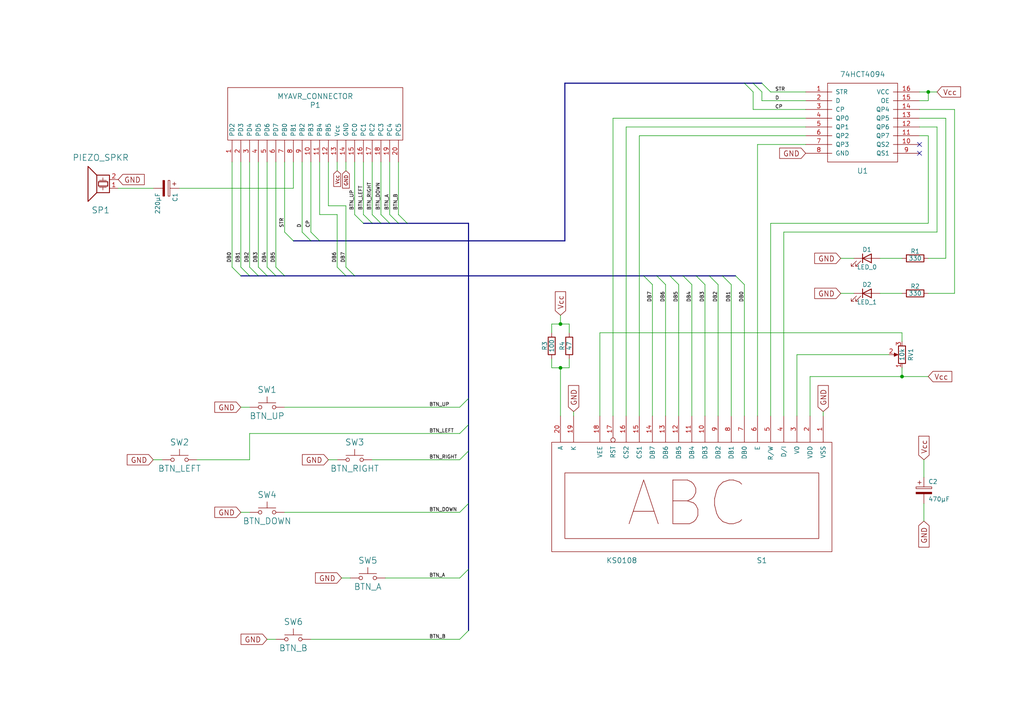
<source format=kicad_sch>
(kicad_sch (version 20211123) (generator eeschema)
  (paper "A4")
  (title_block (title "MyAVR MK2 - gaming extension") (date "4 mar 2013") (rev "1.0") (company "Michael Buesch <m@bues.ch>"))
  (lib_symbols
    (symbol "74hct4094:74HCT4094" (pin_names (offset 1.016))
      (property "Reference" "U" (at 0 -13.9954 0))
      (property "Value" "74HCT4094" (at 0 13.9954 0))
      (symbol "74HCT4094_0_1"
        (rectangle (start -10.16 11.43) (end 10.16 -11.43))
      )
      (symbol "74HCT4094_1_1"
        (pin input line (at -16.51 8.89 0) (length 7.62) (name "STR") (number "1"))
        (pin input line (at 16.51 -6.35 180) (length 7.62) (name "QS2") (number "10"))
        (pin input line (at 16.51 -3.81 180) (length 7.62) (name "QP7") (number "11"))
        (pin input line (at 16.51 -1.27 180) (length 7.62) (name "QP6") (number "12"))
        (pin input line (at 16.51 1.27 180) (length 7.62) (name "QP5") (number "13"))
        (pin input line (at 16.51 3.81 180) (length 7.62) (name "QP4") (number "14"))
        (pin input line (at 16.51 6.35 180) (length 7.62) (name "OE") (number "15"))
        (pin input line (at 16.51 8.89 180) (length 7.62) (name "VCC") (number "16"))
        (pin input line (at -16.51 6.35 0) (length 7.62) (name "D") (number "2"))
        (pin input line (at -16.51 3.81 0) (length 7.62) (name "CP") (number "3"))
        (pin input line (at -16.51 1.27 0) (length 7.62) (name "QP0") (number "4"))
        (pin input line (at -16.51 -1.27 0) (length 7.62) (name "QP1") (number "5"))
        (pin input line (at -16.51 -3.81 0) (length 7.62) (name "QP2") (number "6"))
        (pin input line (at -16.51 -6.35 0) (length 7.62) (name "QP3") (number "7"))
        (pin input line (at -16.51 -8.89 0) (length 7.62) (name "GND") (number "8"))
        (pin input line (at 16.51 -8.89 180) (length 7.62) (name "QS1") (number "9"))
      )
    )
    (symbol "Device:C_Polarized" (pin_numbers hide) (pin_names (offset 0.254))
      (property "Reference" "C" (at 0.635 2.54 0))
      (property "Value" "C_Polarized" (at 0.635 -2.54 0))
      (symbol "C_Polarized_0_1"
        (rectangle (start -2.286 0.508) (end 2.286 1.016))
        (polyline (pts (xy -1.778 2.286) (xy -0.762 2.286)))
        (polyline (pts (xy -1.27 2.794) (xy -1.27 1.778)))
        (rectangle (start 2.286 -0.508) (end -2.286 -1.016) (fill (type outline)))
      )
      (symbol "C_Polarized_1_1"
        (pin passive line (at 0 3.81 270) (length 2.794) (name "~") (number "1"))
        (pin passive line (at 0 -3.81 90) (length 2.794) (name "~") (number "2"))
      )
    )
    (symbol "Device:LED" (pin_numbers hide) (pin_names (offset 1.016) hide)
      (property "Reference" "D" (at 0 2.54 0))
      (property "Value" "LED" (at 0 -2.54 0))
      (symbol "LED_0_1"
        (polyline (pts (xy -1.27 -1.27) (xy -1.27 1.27)) (stroke (width 0.254)))
        (polyline (pts (xy -1.27 0) (xy 1.27 0)))
        (polyline (pts (xy 1.27 -1.27) (xy 1.27 1.27) (xy -1.27 0) (xy 1.27 -1.27)) (stroke (width 0.254)))
        (polyline (pts (xy -3.048 -0.762) (xy -4.572 -2.286) (xy -3.81 -2.286) (xy -4.572 -2.286) (xy -4.572 -1.524)))
        (polyline (pts (xy -1.778 -0.762) (xy -3.302 -2.286) (xy -2.54 -2.286) (xy -3.302 -2.286) (xy -3.302 -1.524)))
      )
      (symbol "LED_1_1"
        (pin passive line (at -3.81 0 0) (length 2.54) (name "K") (number "1"))
        (pin passive line (at 3.81 0 180) (length 2.54) (name "A") (number "2"))
      )
    )
    (symbol "Device:R" (pin_numbers hide) (pin_names (offset 0))
      (property "Reference" "R" (at 2.032 0 90))
      (property "Value" "R" (at 0 0 90))
      (symbol "R_0_1"
        (rectangle (start -1.016 -2.54) (end 1.016 2.54) (stroke (width 0.254)))
      )
      (symbol "R_1_1"
        (pin passive line (at 0 3.81 270) (length 1.27) (name "~") (number "1"))
        (pin passive line (at 0 -3.81 90) (length 1.27) (name "~") (number "2"))
      )
    )
    (symbol "Device:R_Potentiometer" (pin_names (offset 1.016) hide)
      (property "Reference" "RV" (at -4.445 0 90))
      (property "Value" "R_Potentiometer" (at -2.54 0 90))
      (symbol "R_Potentiometer_0_1"
        (polyline (pts (xy 2.54 0) (xy 1.524 0)))
        (polyline (pts (xy 1.143 0) (xy 2.286 0.508) (xy 2.286 -0.508) (xy 1.143 0)) (fill (type outline)))
        (rectangle (start 1.016 2.54) (end -1.016 -2.54) (stroke (width 0.254)))
      )
      (symbol "R_Potentiometer_1_1"
        (pin passive line (at 0 3.81 270) (length 1.27) (name "1") (number "1"))
        (pin passive line (at 3.81 0 180) (length 1.27) (name "2") (number "2"))
        (pin passive line (at 0 -3.81 90) (length 1.27) (name "3") (number "3"))
      )
    )
    (symbol "Device:Speaker_Crystal" (pin_names (offset 0) hide)
      (property "Reference" "LS" (at 0.635 5.715 0))
      (property "Value" "Speaker_Crystal" (at 0.635 3.81 0))
      (symbol "Speaker_Crystal_0_0"
        (rectangle (start -2.54 1.27) (end 1.143 -3.81) (stroke (width 0.254)))
        (rectangle (start -2.032 -0.635) (end 0.635 -1.905) (stroke (width 0.254)))
        (polyline (pts (xy -1.651 -2.286) (xy 0.381 -2.286)))
        (polyline (pts (xy -1.651 -0.254) (xy 0.381 -0.254)))
        (polyline (pts (xy -0.635 -2.286) (xy -0.635 -3.048)))
        (polyline (pts (xy -0.635 -0.254) (xy -0.635 0.508)))
        (polyline (pts (xy 1.143 1.27) (xy 3.683 3.81) (xy 3.683 -6.35) (xy 1.143 -3.81)) (stroke (width 0.254)))
      )
      (symbol "Speaker_Crystal_1_1"
        (pin input line (at -5.08 0 0) (length 2.54) (name "1") (number "1"))
        (pin input line (at -5.08 -2.54 0) (length 2.54) (name "2") (number "2"))
      )
    )
    (symbol "Switch:SW_Push" (pin_numbers hide) (pin_names (offset 1.016) hide)
      (property "Reference" "SW" (at 1.27 2.54 0))
      (property "Value" "SW_Push" (at 0 -1.524 0))
      (symbol "SW_Push_0_1"
        (circle (center -2.032 0) (radius 0.508))
        (polyline (pts (xy 0 1.27) (xy 0 3.048)))
        (polyline (pts (xy 2.54 1.27) (xy -2.54 1.27)))
        (circle (center 2.032 0) (radius 0.508))
        (pin passive line (at -5.08 0 0) (length 2.54) (name "1") (number "1"))
        (pin passive line (at 5.08 0 180) (length 2.54) (name "2") (number "2"))
      )
    )
    (symbol "ks0108:KS0108" (pin_names (offset 1.016))
      (property "Reference" "S" (at -20.32 20.32 0))
      (property "Value" "KS0108" (at 20.32 20.32 0))
      (symbol "KS0108_0_0"
        (text "ABC" (at 1.27 3.81 0) (effects (font (size 12.7 12.7))))
      )
      (symbol "KS0108_0_1"
        (rectangle (start -36.83 13.97) (end 36.83 -5.08))
        (rectangle (start 40.64 -13.97) (end -40.64 17.78))
      )
      (symbol "KS0108_1_1"
        (pin input line (at -38.1 -21.59 90) (length 7.62) (name "VSS") (number "1"))
        (pin input line (at -3.81 -21.59 90) (length 7.62) (name "DB3") (number "10"))
        (pin input line (at 0 -21.59 90) (length 7.62) (name "DB4") (number "11"))
        (pin input line (at 3.81 -21.59 90) (length 7.62) (name "DB5") (number "12"))
        (pin input line (at 7.62 -21.59 90) (length 7.62) (name "DB6") (number "13"))
        (pin input line (at 11.43 -21.59 90) (length 7.62) (name "DB7") (number "14"))
        (pin input line (at 15.24 -21.59 90) (length 7.62) (name "CS1") (number "15"))
        (pin input line (at 19.05 -21.59 90) (length 7.62) (name "CS2") (number "16"))
        (pin input inverted (at 22.86 -21.59 90) (length 7.62) (name "RST") (number "17"))
        (pin input line (at 26.67 -21.59 90) (length 7.62) (name "VEE") (number "18"))
        (pin input line (at 34.29 -21.59 90) (length 7.62) (name "K") (number "19"))
        (pin input line (at -34.29 -21.59 90) (length 7.62) (name "VDD") (number "2"))
        (pin input line (at 38.1 -21.59 90) (length 7.62) (name "A") (number "20"))
        (pin input line (at -30.48 -21.59 90) (length 7.62) (name "V0") (number "3"))
        (pin input line (at -26.67 -21.59 90) (length 7.62) (name "D/I") (number "4"))
        (pin input line (at -22.86 -21.59 90) (length 7.62) (name "R/W") (number "5"))
        (pin input line (at -19.05 -21.59 90) (length 7.62) (name "E") (number "6"))
        (pin input line (at -15.24 -21.59 90) (length 7.62) (name "DB0") (number "7"))
        (pin input line (at -11.43 -21.59 90) (length 7.62) (name "DB1") (number "8"))
        (pin input line (at -7.62 -21.59 90) (length 7.62) (name "DB2") (number "9"))
      )
    )
    (symbol "myavr_conn:MYAVR_CONNECTOR" (pin_names (offset 1.016))
      (property "Reference" "P" (at 7.62 0 90))
      (property "Value" "MYAVR_CONNECTOR" (at 10.16 0 90))
      (symbol "MYAVR_CONNECTOR_0_1"
        (rectangle (start -2.54 25.4) (end 12.7 -25.4))
      )
      (symbol "MYAVR_CONNECTOR_1_1"
        (pin passive line (at -8.89 24.13 0) (length 6.35) (name "PD2") (number "1"))
        (pin passive line (at -8.89 1.27 0) (length 6.35) (name "PB3") (number "10"))
        (pin passive line (at -8.89 -1.27 0) (length 6.35) (name "PB4") (number "11"))
        (pin passive line (at -8.89 -3.81 0) (length 6.35) (name "PB5") (number "12"))
        (pin passive line (at -8.89 -6.35 0) (length 6.35) (name "Vcc") (number "13"))
        (pin passive line (at -8.89 -8.89 0) (length 6.35) (name "GND") (number "14"))
        (pin passive line (at -8.89 -11.43 0) (length 6.35) (name "PC0") (number "15"))
        (pin passive line (at -8.89 -13.97 0) (length 6.35) (name "PC1") (number "16"))
        (pin passive line (at -8.89 -16.51 0) (length 6.35) (name "PC2") (number "17"))
        (pin passive line (at -8.89 -19.05 0) (length 6.35) (name "PC3") (number "18"))
        (pin passive line (at -8.89 -21.59 0) (length 6.35) (name "PC4") (number "19"))
        (pin passive line (at -8.89 21.59 0) (length 6.35) (name "PD3") (number "2"))
        (pin passive line (at -8.89 -24.13 0) (length 6.35) (name "PC5") (number "20"))
        (pin passive line (at -8.89 19.05 0) (length 6.35) (name "PD4") (number "3"))
        (pin passive line (at -8.89 16.51 0) (length 6.35) (name "PD5") (number "4"))
        (pin passive line (at -8.89 13.97 0) (length 6.35) (name "PD6") (number "5"))
        (pin passive line (at -8.89 11.43 0) (length 6.35) (name "PD7") (number "6"))
        (pin passive line (at -8.89 8.89 0) (length 6.35) (name "PB0") (number "7"))
        (pin passive line (at -8.89 6.35 0) (length 6.35) (name "PB1") (number "8"))
        (pin passive line (at -8.89 3.81 0) (length 6.35) (name "PB2") (number "9"))
      )
    )
  )
  (junction (at 269.24 26.67))
  (junction (at 162.56 93.98))
  (junction (at 261.62 109.22))
  (junction (at 162.56 106.68))
  (no_connect (at 266.7 41.91))
  (no_connect (at 266.7 44.45))
  (bus_entry (at 113.03 62.23) (size 2.54 2.54))
  (bus_entry (at 201.93 80.01) (size 2.54 2.54))
  (bus_entry (at 133.35 185.42) (size 2.54 -2.54))
  (bus_entry (at 190.5 80.01) (size 2.54 2.54))
  (bus_entry (at 77.47 77.47) (size 2.54 2.54))
  (bus_entry (at 115.57 62.23) (size 2.54 2.54))
  (bus_entry (at 72.39 77.47) (size 2.54 2.54))
  (bus_entry (at 74.93 77.47) (size 2.54 2.54))
  (bus_entry (at 69.85 77.47) (size 2.54 2.54))
  (bus_entry (at 133.35 148.59) (size 2.54 -2.54))
  (bus_entry (at 133.35 125.73) (size 2.54 -2.54))
  (bus_entry (at 198.12 80.01) (size 2.54 2.54))
  (bus_entry (at 100.33 77.47) (size 2.54 2.54))
  (bus_entry (at 87.63 67.31) (size 2.54 2.54))
  (bus_entry (at 80.01 77.47) (size 2.54 2.54))
  (bus_entry (at 67.31 77.47) (size 2.54 2.54))
  (bus_entry (at 218.44 24.13) (size 2.54 2.54))
  (bus_entry (at 209.55 80.01) (size 2.54 2.54))
  (bus_entry (at 133.35 133.35) (size 2.54 -2.54))
  (bus_entry (at 186.69 80.01) (size 2.54 2.54))
  (bus_entry (at 213.36 80.01) (size 2.54 2.54))
  (bus_entry (at 133.35 167.64) (size 2.54 -2.54))
  (bus_entry (at 107.95 62.23) (size 2.54 2.54))
  (bus_entry (at 102.87 62.23) (size 2.54 2.54))
  (bus_entry (at 194.31 80.01) (size 2.54 2.54))
  (bus_entry (at 90.17 67.31) (size 2.54 2.54))
  (bus_entry (at 97.79 77.47) (size 2.54 2.54))
  (bus_entry (at 105.41 62.23) (size 2.54 2.54))
  (bus_entry (at 205.74 80.01) (size 2.54 2.54))
  (bus_entry (at 133.35 118.11) (size 2.54 -2.54))
  (bus_entry (at 215.9 24.13) (size 2.54 2.54))
  (bus_entry (at 220.98 24.13) (size 2.54 2.54))
  (bus_entry (at 110.49 62.23) (size 2.54 2.54))
  (bus_entry (at 82.55 67.31) (size 2.54 2.54))
  (bus (pts (xy 115.57 64.77) (xy 113.03 64.77)))
  (wire (pts (xy 189.23 82.55) (xy 189.23 120.65)))
  (wire (pts (xy 107.95 46.99) (xy 107.95 62.23)))
  (wire (pts (xy 100.33 59.69) (xy 100.33 77.47)))
  (wire (pts (xy 52.07 54.61) (xy 85.09 54.61)))
  (wire (pts (xy 72.39 125.73) (xy 133.35 125.73)))
  (wire (pts (xy 95.25 46.99) (xy 95.25 59.69)))
  (wire (pts (xy 233.68 36.83) (xy 181.61 36.83)))
  (wire (pts (xy 274.32 34.29) (xy 266.7 34.29)))
  (wire (pts (xy 97.79 77.47) (xy 97.79 62.23)))
  (wire (pts (xy 97.79 49.53) (xy 97.79 46.99)))
  (wire (pts (xy 269.24 85.09) (xy 276.86 85.09)))
  (wire (pts (xy 82.55 148.59) (xy 133.35 148.59)))
  (wire (pts (xy 77.47 77.47) (xy 77.47 46.99)))
  (wire (pts (xy 208.28 82.55) (xy 208.28 120.65)))
  (bus (pts (xy 190.5 80.01) (xy 194.31 80.01)))
  (wire (pts (xy 233.68 34.29) (xy 177.8 34.29)))
  (bus (pts (xy 209.55 80.01) (xy 213.36 80.01)))
  (wire (pts (xy 69.85 118.11) (xy 72.39 118.11)))
  (bus (pts (xy 102.87 80.01) (xy 186.69 80.01)))
  (wire (pts (xy 82.55 118.11) (xy 133.35 118.11)))
  (wire (pts (xy 204.47 82.55) (xy 204.47 120.65)))
  (wire (pts (xy 115.57 62.23) (xy 115.57 46.99)))
  (bus (pts (xy 92.71 69.85) (xy 163.83 69.85)))
  (wire (pts (xy 233.68 41.91) (xy 219.71 41.91)))
  (bus (pts (xy 201.93 80.01) (xy 205.74 80.01)))
  (bus (pts (xy 72.39 80.01) (xy 74.93 80.01)))
  (wire (pts (xy 233.68 39.37) (xy 185.42 39.37)))
  (wire (pts (xy 85.09 54.61) (xy 85.09 46.99)))
  (wire (pts (xy 160.02 93.98) (xy 160.02 96.52)))
  (wire (pts (xy 173.99 96.52) (xy 173.99 120.65)))
  (wire (pts (xy 82.55 67.31) (xy 82.55 46.99)))
  (wire (pts (xy 200.66 82.55) (xy 200.66 120.65)))
  (bus (pts (xy 82.55 80.01) (xy 100.33 80.01)))
  (wire (pts (xy 261.62 109.22) (xy 269.24 109.22)))
  (bus (pts (xy 80.01 80.01) (xy 82.55 80.01)))
  (wire (pts (xy 231.14 120.65) (xy 231.14 102.87)))
  (wire (pts (xy 80.01 46.99) (xy 80.01 77.47)))
  (wire (pts (xy 276.86 85.09) (xy 276.86 31.75)))
  (bus (pts (xy 163.83 24.13) (xy 215.9 24.13)))
  (bus (pts (xy 135.89 182.88) (xy 135.89 165.1)))
  (bus (pts (xy 186.69 80.01) (xy 190.5 80.01)))
  (wire (pts (xy 266.7 26.67) (xy 269.24 26.67)))
  (wire (pts (xy 219.71 41.91) (xy 219.71 120.65)))
  (wire (pts (xy 99.06 167.64) (xy 101.6 167.64)))
  (wire (pts (xy 271.78 36.83) (xy 271.78 67.31)))
  (wire (pts (xy 181.61 36.83) (xy 181.61 120.65)))
  (bus (pts (xy 135.89 146.05) (xy 135.89 130.81)))
  (wire (pts (xy 276.86 31.75) (xy 266.7 31.75)))
  (wire (pts (xy 218.44 31.75) (xy 233.68 31.75)))
  (bus (pts (xy 135.89 165.1) (xy 135.89 146.05)))
  (wire (pts (xy 238.76 119.38) (xy 238.76 120.65)))
  (wire (pts (xy 234.95 109.22) (xy 234.95 120.65)))
  (bus (pts (xy 135.89 64.77) (xy 118.11 64.77)))
  (wire (pts (xy 193.04 82.55) (xy 193.04 120.65)))
  (wire (pts (xy 220.98 29.21) (xy 220.98 26.67)))
  (wire (pts (xy 267.97 133.35) (xy 267.97 138.43)))
  (wire (pts (xy 243.84 74.93) (xy 247.65 74.93)))
  (wire (pts (xy 107.95 133.35) (xy 133.35 133.35)))
  (wire (pts (xy 77.47 185.42) (xy 80.01 185.42)))
  (wire (pts (xy 223.52 64.77) (xy 223.52 120.65)))
  (bus (pts (xy 113.03 64.77) (xy 110.49 64.77)))
  (wire (pts (xy 269.24 74.93) (xy 274.32 74.93)))
  (wire (pts (xy 269.24 64.77) (xy 223.52 64.77)))
  (wire (pts (xy 261.62 96.52) (xy 173.99 96.52)))
  (wire (pts (xy 44.45 133.35) (xy 46.99 133.35)))
  (wire (pts (xy 269.24 26.67) (xy 269.24 29.21)))
  (wire (pts (xy 111.76 167.64) (xy 133.35 167.64)))
  (bus (pts (xy 215.9 24.13) (xy 218.44 24.13)))
  (bus (pts (xy 135.89 123.19) (xy 135.89 115.57)))
  (wire (pts (xy 261.62 96.52) (xy 261.62 99.06)))
  (wire (pts (xy 160.02 104.14) (xy 160.02 106.68)))
  (bus (pts (xy 118.11 64.77) (xy 115.57 64.77)))
  (bus (pts (xy 69.85 80.01) (xy 72.39 80.01)))
  (bus (pts (xy 198.12 80.01) (xy 201.93 80.01)))
  (bus (pts (xy 107.95 64.77) (xy 105.41 64.77)))
  (wire (pts (xy 162.56 91.44) (xy 162.56 93.98)))
  (wire (pts (xy 267.97 146.05) (xy 267.97 151.13)))
  (wire (pts (xy 255.27 74.93) (xy 261.62 74.93)))
  (wire (pts (xy 102.87 62.23) (xy 102.87 46.99)))
  (wire (pts (xy 185.42 39.37) (xy 185.42 120.65)))
  (wire (pts (xy 162.56 106.68) (xy 165.1 106.68)))
  (wire (pts (xy 72.39 46.99) (xy 72.39 77.47)))
  (wire (pts (xy 212.09 82.55) (xy 212.09 120.65)))
  (wire (pts (xy 69.85 77.47) (xy 69.85 46.99)))
  (bus (pts (xy 90.17 69.85) (xy 92.71 69.85)))
  (wire (pts (xy 110.49 62.23) (xy 110.49 46.99)))
  (wire (pts (xy 74.93 46.99) (xy 74.93 77.47)))
  (wire (pts (xy 87.63 67.31) (xy 87.63 46.99)))
  (wire (pts (xy 196.85 82.55) (xy 196.85 120.65)))
  (wire (pts (xy 271.78 67.31) (xy 227.33 67.31)))
  (bus (pts (xy 194.31 80.01) (xy 198.12 80.01)))
  (wire (pts (xy 227.33 67.31) (xy 227.33 120.65)))
  (wire (pts (xy 97.79 62.23) (xy 92.71 62.23)))
  (wire (pts (xy 92.71 62.23) (xy 92.71 46.99)))
  (wire (pts (xy 105.41 46.99) (xy 105.41 62.23)))
  (wire (pts (xy 266.7 36.83) (xy 271.78 36.83)))
  (bus (pts (xy 218.44 24.13) (xy 220.98 24.13)))
  (bus (pts (xy 85.09 69.85) (xy 90.17 69.85)))
  (wire (pts (xy 269.24 26.67) (xy 271.78 26.67)))
  (bus (pts (xy 163.83 69.85) (xy 163.83 24.13)))
  (wire (pts (xy 274.32 74.93) (xy 274.32 34.29)))
  (bus (pts (xy 205.74 80.01) (xy 209.55 80.01)))
  (wire (pts (xy 243.84 85.09) (xy 247.65 85.09)))
  (wire (pts (xy 162.56 93.98) (xy 165.1 93.98)))
  (wire (pts (xy 57.15 133.35) (xy 72.39 133.35)))
  (wire (pts (xy 255.27 85.09) (xy 261.62 85.09)))
  (wire (pts (xy 223.52 26.67) (xy 233.68 26.67)))
  (wire (pts (xy 162.56 106.68) (xy 162.56 120.65)))
  (wire (pts (xy 95.25 133.35) (xy 97.79 133.35)))
  (bus (pts (xy 74.93 80.01) (xy 77.47 80.01)))
  (wire (pts (xy 67.31 77.47) (xy 67.31 46.99)))
  (wire (pts (xy 165.1 93.98) (xy 165.1 96.52)))
  (wire (pts (xy 69.85 148.59) (xy 72.39 148.59)))
  (wire (pts (xy 165.1 104.14) (xy 165.1 106.68)))
  (wire (pts (xy 90.17 185.42) (xy 133.35 185.42)))
  (wire (pts (xy 34.29 54.61) (xy 44.45 54.61)))
  (wire (pts (xy 90.17 46.99) (xy 90.17 67.31)))
  (wire (pts (xy 177.8 34.29) (xy 177.8 120.65)))
  (wire (pts (xy 113.03 46.99) (xy 113.03 62.23)))
  (wire (pts (xy 269.24 39.37) (xy 269.24 64.77)))
  (wire (pts (xy 269.24 29.21) (xy 266.7 29.21)))
  (wire (pts (xy 266.7 39.37) (xy 269.24 39.37)))
  (wire (pts (xy 100.33 49.53) (xy 100.33 46.99)))
  (wire (pts (xy 234.95 109.22) (xy 261.62 109.22)))
  (wire (pts (xy 231.14 102.87) (xy 257.81 102.87)))
  (bus (pts (xy 135.89 130.81) (xy 135.89 123.19)))
  (bus (pts (xy 110.49 64.77) (xy 107.95 64.77)))
  (wire (pts (xy 261.62 106.68) (xy 261.62 109.22)))
  (wire (pts (xy 160.02 93.98) (xy 162.56 93.98)))
  (wire (pts (xy 218.44 26.67) (xy 218.44 31.75)))
  (wire (pts (xy 233.68 29.21) (xy 220.98 29.21)))
  (bus (pts (xy 135.89 115.57) (xy 135.89 64.77)))
  (wire (pts (xy 215.9 82.55) (xy 215.9 120.65)))
  (wire (pts (xy 72.39 133.35) (xy 72.39 125.73)))
  (bus (pts (xy 77.47 80.01) (xy 80.01 80.01)))
  (wire (pts (xy 166.37 119.38) (xy 166.37 120.65)))
  (bus (pts (xy 100.33 80.01) (xy 102.87 80.01)))
  (wire (pts (xy 160.02 106.68) (xy 162.56 106.68)))
  (wire (pts (xy 95.25 59.69) (xy 100.33 59.69)))
  (label "DB1" (at 69.85 76.2 90) (effects (font (size 1.016 1.016))))
  (label "DB4" (at 200.66 87.63 90) (effects (font (size 1.016 1.016))))
  (label "BTN_DOWN" (at 110.49 60.96 90) (effects (font (size 1.016 1.016))))
  (label "CP" (at 90.17 66.04 90) (effects (font (size 1.016 1.016))))
  (label "D" (at 224.79 29.21 0) (effects (font (size 1.016 1.016))))
  (label "BTN_LEFT" (at 124.46 125.73 0) (effects (font (size 1.016 1.016))))
  (label "DB4" (at 77.47 76.2 90) (effects (font (size 1.016 1.016))))
  (label "BTN_DOWN" (at 124.46 148.59 0) (effects (font (size 1.016 1.016))))
  (label "DB3" (at 204.47 87.63 90) (effects (font (size 1.016 1.016))))
  (label "BTN_RIGHT" (at 107.95 60.96 90) (effects (font (size 1.016 1.016))))
  (label "DB5" (at 196.85 87.63 90) (effects (font (size 1.016 1.016))))
  (label "BTN_B" (at 115.57 60.96 90) (effects (font (size 1.016 1.016))))
  (label "DB1" (at 212.09 87.63 90) (effects (font (size 1.016 1.016))))
  (label "DB5" (at 80.01 76.2 90) (effects (font (size 1.016 1.016))))
  (label "BTN_B" (at 124.46 185.42 0) (effects (font (size 1.016 1.016))))
  (label "DB7" (at 100.33 76.2 90) (effects (font (size 1.016 1.016))))
  (label "DB6" (at 193.04 87.63 90) (effects (font (size 1.016 1.016))))
  (label "CP" (at 224.79 31.75 0) (effects (font (size 1.016 1.016))))
  (label "BTN_UP" (at 124.46 118.11 0) (effects (font (size 1.016 1.016))))
  (label "BTN_A" (at 113.03 60.96 90) (effects (font (size 1.016 1.016))))
  (label "BTN_A" (at 124.46 167.64 0) (effects (font (size 1.016 1.016))))
  (label "DB3" (at 74.93 76.2 90) (effects (font (size 1.016 1.016))))
  (label "D" (at 87.63 66.04 90) (effects (font (size 1.016 1.016))))
  (label "BTN_RIGHT" (at 124.46 133.35 0) (effects (font (size 1.016 1.016))))
  (label "DB6" (at 97.79 76.2 90) (effects (font (size 1.016 1.016))))
  (label "STR" (at 82.55 66.04 90) (effects (font (size 1.016 1.016))))
  (label "DB2" (at 72.39 76.2 90) (effects (font (size 1.016 1.016))))
  (label "DB0" (at 67.31 76.2 90) (effects (font (size 1.016 1.016))))
  (label "DB0" (at 215.9 87.63 90) (effects (font (size 1.016 1.016))))
  (label "BTN_LEFT" (at 105.41 60.96 90) (effects (font (size 1.016 1.016))))
  (label "STR" (at 224.79 26.67 0) (effects (font (size 1.016 1.016))))
  (label "DB7" (at 189.23 87.63 90) (effects (font (size 1.016 1.016))))
  (label "DB2" (at 208.28 87.63 90) (effects (font (size 1.016 1.016))))
  (label "BTN_UP" (at 102.87 60.96 90) (effects (font (size 1.016 1.016))))
  (global_label "Vcc" (shape input) (at 97.79 49.53 270) (effects (font (size 1.016 1.016))) (property "Referenzen zwischen Schaltplänen" "${INTERSHEET_REFS}" (effects hide)))
  (global_label "Vcc" (shape input) (at 269.24 109.22 0) (effects (font (size 1.524 1.524))) (property "Referenzen zwischen Schaltplänen" "${INTERSHEET_REFS}" (effects hide)))
  (global_label "GND" (shape input) (at 100.33 49.53 270) (effects (font (size 1.016 1.016))) (property "Referenzen zwischen Schaltplänen" "${INTERSHEET_REFS}" (effects hide)))
  (global_label "GND" (shape input) (at 243.84 85.09 180) (effects (font (size 1.524 1.524))) (property "Referenzen zwischen Schaltplänen" "${INTERSHEET_REFS}" (effects hide)))
  (global_label "GND" (shape input) (at 69.85 148.59 180) (effects (font (size 1.524 1.524))) (property "Referenzen zwischen Schaltplänen" "${INTERSHEET_REFS}" (effects hide)))
  (global_label "GND" (shape input) (at 44.45 133.35 180) (effects (font (size 1.524 1.524))) (property "Referenzen zwischen Schaltplänen" "${INTERSHEET_REFS}" (effects hide)))
  (global_label "GND" (shape input) (at 233.68 44.45 180) (effects (font (size 1.524 1.524))) (property "Referenzen zwischen Schaltplänen" "${INTERSHEET_REFS}" (effects hide)))
  (global_label "Vcc" (shape input) (at 267.97 133.35 90) (effects (font (size 1.524 1.524))) (property "Referenzen zwischen Schaltplänen" "${INTERSHEET_REFS}" (effects hide)))
  (global_label "GND" (shape input) (at 95.25 133.35 180) (effects (font (size 1.524 1.524))) (property "Referenzen zwischen Schaltplänen" "${INTERSHEET_REFS}" (effects hide)))
  (global_label "GND" (shape input) (at 69.85 118.11 180) (effects (font (size 1.524 1.524))) (property "Referenzen zwischen Schaltplänen" "${INTERSHEET_REFS}" (effects hide)))
  (global_label "Vcc" (shape input) (at 271.78 26.67 0) (effects (font (size 1.524 1.524))) (property "Referenzen zwischen Schaltplänen" "${INTERSHEET_REFS}" (effects hide)))
  (global_label "GND" (shape input) (at 238.76 119.38 90) (effects (font (size 1.524 1.524))) (property "Referenzen zwischen Schaltplänen" "${INTERSHEET_REFS}" (effects hide)))
  (global_label "Vcc" (shape input) (at 162.56 91.44 90) (effects (font (size 1.524 1.524))) (property "Referenzen zwischen Schaltplänen" "${INTERSHEET_REFS}" (effects hide)))
  (global_label "GND" (shape input) (at 34.29 52.07 0) (effects (font (size 1.524 1.524))) (property "Referenzen zwischen Schaltplänen" "${INTERSHEET_REFS}" (effects hide)))
  (global_label "GND" (shape input) (at 243.84 74.93 180) (effects (font (size 1.524 1.524))) (property "Referenzen zwischen Schaltplänen" "${INTERSHEET_REFS}" (effects hide)))
  (global_label "GND" (shape input) (at 99.06 167.64 180) (effects (font (size 1.524 1.524))) (property "Referenzen zwischen Schaltplänen" "${INTERSHEET_REFS}" (effects hide)))
  (global_label "GND" (shape input) (at 267.97 151.13 270) (effects (font (size 1.524 1.524))) (property "Referenzen zwischen Schaltplänen" "${INTERSHEET_REFS}" (effects hide)))
  (global_label "GND" (shape input) (at 166.37 119.38 90) (effects (font (size 1.524 1.524))) (property "Referenzen zwischen Schaltplänen" "${INTERSHEET_REFS}" (effects hide)))
  (global_label "GND" (shape input) (at 77.47 185.42 180) (effects (font (size 1.524 1.524))) (property "Referenzen zwischen Schaltplänen" "${INTERSHEET_REFS}" (effects hide)))
  (symbol (lib_id "myavr_conn:MYAVR_CONNECTOR") (at 91.44 38.1 90) (unit 1)
    (property "Reference" "P1" (at 91.44 30.48 90) (effects (font (size 1.524 1.524))))
    (property "Value" "MYAVR_CONNECTOR" (at 91.44 27.94 90) (effects (font (size 1.524 1.524))))
  )
  (symbol (lib_id "ks0108:KS0108") (at 200.66 142.24 180) (unit 1)
    (property "Reference" "S1" (at 220.98 162.56 0) (effects (font (size 1.524 1.524))))
    (property "Value" "KS0108" (at 180.34 162.56 0) (effects (font (size 1.524 1.524))))
  )
  (symbol (lib_id "Device:R_Potentiometer") (at 261.62 102.87 180) (unit 1)
    (property "Reference" "RV1" (at 264.16 102.87 90))
    (property "Value" "10k" (at 261.62 102.87 90))
  )
  (symbol (lib_id "Device:R") (at 160.02 100.33 180) (unit 1)
    (property "Reference" "R3" (at 157.988 100.33 90))
    (property "Value" "100" (at 160.02 100.33 90))
  )
  (symbol (lib_id "Device:R") (at 165.1 100.33 180) (unit 1)
    (property "Reference" "R4" (at 163.068 100.33 90))
    (property "Value" "47" (at 165.1 100.33 90))
  )
  (symbol (lib_id "74hct4094:74HCT4094") (at 250.19 35.56 0) (unit 1)
    (property "Reference" "U1" (at 250.19 49.5554 0) (effects (font (size 1.524 1.524))))
    (property "Value" "74HCT4094" (at 250.19 21.5646 0) (effects (font (size 1.524 1.524))))
  )
  (symbol (lib_id "Switch:SW_Push") (at 77.47 118.11 0) (unit 1)
    (property "Reference" "SW1" (at 77.47 113.03 0) (effects (font (size 1.778 1.778))))
    (property "Value" "BTN_UP" (at 77.47 120.65 0) (effects (font (size 1.778 1.778))))
  )
  (symbol (lib_id "Switch:SW_Push") (at 77.47 148.59 0) (unit 1)
    (property "Reference" "SW4" (at 77.47 143.51 0) (effects (font (size 1.778 1.778))))
    (property "Value" "BTN_DOWN" (at 77.47 151.13 0) (effects (font (size 1.778 1.778))))
  )
  (symbol (lib_id "Switch:SW_Push") (at 52.07 133.35 0) (unit 1)
    (property "Reference" "SW2" (at 52.07 128.27 0) (effects (font (size 1.778 1.778))))
    (property "Value" "BTN_LEFT" (at 52.07 135.89 0) (effects (font (size 1.778 1.778))))
  )
  (symbol (lib_id "Switch:SW_Push") (at 102.87 133.35 0) (unit 1)
    (property "Reference" "SW3" (at 102.87 128.27 0) (effects (font (size 1.778 1.778))))
    (property "Value" "BTN_RIGHT" (at 102.87 135.89 0) (effects (font (size 1.778 1.778))))
  )
  (symbol (lib_id "Switch:SW_Push") (at 85.09 185.42 0) (unit 1)
    (property "Reference" "SW6" (at 85.09 180.34 0) (effects (font (size 1.778 1.778))))
    (property "Value" "BTN_B" (at 85.09 187.96 0) (effects (font (size 1.778 1.778))))
  )
  (symbol (lib_id "Switch:SW_Push") (at 106.68 167.64 0) (unit 1)
    (property "Reference" "SW5" (at 106.68 162.56 0) (effects (font (size 1.778 1.778))))
    (property "Value" "BTN_A" (at 106.68 170.18 0) (effects (font (size 1.778 1.778))))
  )
  (symbol (lib_id "Device:LED") (at 251.46 74.93 0) (unit 1)
    (property "Reference" "D1" (at 251.46 72.39 0))
    (property "Value" "LED_0" (at 251.46 77.47 0))
  )
  (symbol (lib_id "Device:LED") (at 251.46 85.09 0) (unit 1)
    (property "Reference" "D2" (at 251.46 82.55 0))
    (property "Value" "LED_1" (at 251.46 87.63 0))
  )
  (symbol (lib_id "Device:R") (at 265.43 74.93 90) (unit 1)
    (property "Reference" "R1" (at 265.43 72.898 90))
    (property "Value" "330" (at 265.43 74.93 90))
  )
  (symbol (lib_id "Device:R") (at 265.43 85.09 90) (unit 1)
    (property "Reference" "R2" (at 265.43 83.058 90))
    (property "Value" "330" (at 265.43 85.09 90))
  )
  (symbol (lib_id "Device:Speaker_Crystal") (at 29.21 54.61 180) (unit 1)
    (property "Reference" "SP1" (at 29.21 60.96 0) (effects (font (size 1.778 1.778))))
    (property "Value" "PIEZO_SPKR" (at 29.21 45.72 0) (effects (font (size 1.778 1.778))))
  )
  (symbol (lib_id "Device:C_Polarized") (at 267.97 142.24 0) (unit 1)
    (property "Reference" "C2" (at 269.24 139.7 0) (effects (justify left)))
    (property "Value" "470µF" (at 269.24 144.78 0) (effects (justify left)))
  )
  (symbol (lib_id "Device:C_Polarized") (at 48.26 54.61 270) (unit 1)
    (property "Reference" "C1" (at 50.8 55.88 0) (effects (justify left)))
    (property "Value" "220µF" (at 45.72 55.88 0) (effects (justify left)))
  )
)
</source>
